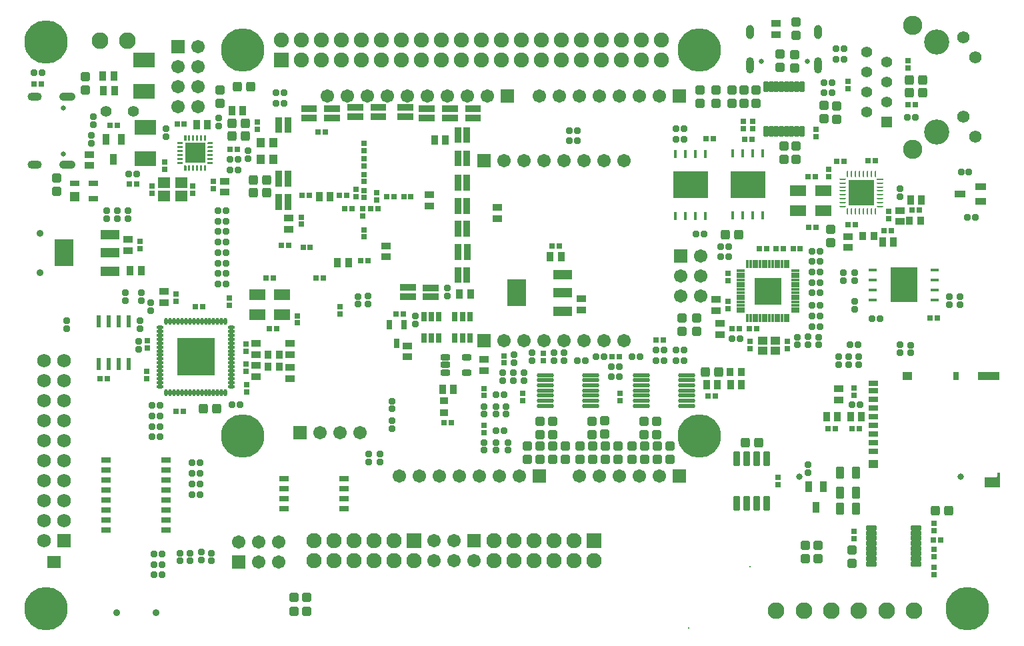
<source format=gbs>
G04*
G04 #@! TF.GenerationSoftware,Altium Limited,Altium Designer,23.10.1 (27)*
G04*
G04 Layer_Color=16711935*
%FSLAX44Y44*%
%MOMM*%
G71*
G04*
G04 #@! TF.SameCoordinates,B86BD226-0E7F-4409-BC4F-A9AD3D2462E1*
G04*
G04*
G04 #@! TF.FilePolarity,Negative*
G04*
G01*
G75*
%ADD45R,0.8000X1.0000*%
%ADD49R,0.6000X1.5500*%
%ADD65R,0.7600X0.7600*%
%ADD66R,1.1532X0.9532*%
G04:AMPARAMS|DCode=74|XSize=0.8032mm|YSize=0.8032mm|CornerRadius=0.1616mm|HoleSize=0mm|Usage=FLASHONLY|Rotation=90.000|XOffset=0mm|YOffset=0mm|HoleType=Round|Shape=RoundedRectangle|*
%AMROUNDEDRECTD74*
21,1,0.8032,0.4800,0,0,90.0*
21,1,0.4800,0.8032,0,0,90.0*
1,1,0.3232,0.2400,0.2400*
1,1,0.3232,0.2400,-0.2400*
1,1,0.3232,-0.2400,-0.2400*
1,1,0.3232,-0.2400,0.2400*
%
%ADD74ROUNDEDRECTD74*%
%ADD75R,0.9532X1.1532*%
G04:AMPARAMS|DCode=82|XSize=0.8032mm|YSize=0.8032mm|CornerRadius=0.1616mm|HoleSize=0mm|Usage=FLASHONLY|Rotation=180.000|XOffset=0mm|YOffset=0mm|HoleType=Round|Shape=RoundedRectangle|*
%AMROUNDEDRECTD82*
21,1,0.8032,0.4800,0,0,180.0*
21,1,0.4800,0.8032,0,0,180.0*
1,1,0.3232,-0.2400,0.2400*
1,1,0.3232,0.2400,0.2400*
1,1,0.3232,0.2400,-0.2400*
1,1,0.3232,-0.2400,-0.2400*
%
%ADD82ROUNDEDRECTD82*%
%ADD83R,0.8382X1.4732*%
G04:AMPARAMS|DCode=85|XSize=1.2032mm|YSize=1.1032mm|CornerRadius=0.2141mm|HoleSize=0mm|Usage=FLASHONLY|Rotation=0.000|XOffset=0mm|YOffset=0mm|HoleType=Round|Shape=RoundedRectangle|*
%AMROUNDEDRECTD85*
21,1,1.2032,0.6750,0,0,0.0*
21,1,0.7750,1.1032,0,0,0.0*
1,1,0.4282,0.3875,-0.3375*
1,1,0.4282,-0.3875,-0.3375*
1,1,0.4282,-0.3875,0.3375*
1,1,0.4282,0.3875,0.3375*
%
%ADD85ROUNDEDRECTD85*%
%ADD87C,0.5588*%
%ADD88C,5.5032*%
%ADD89C,1.3900*%
%ADD90C,1.9032*%
%ADD91C,1.7032*%
%ADD92C,2.1032*%
%ADD93C,1.9304*%
%ADD94C,1.4032*%
%ADD95C,1.7532*%
%ADD96C,0.8032*%
%ADD97R,1.7032X1.7032*%
%ADD98C,1.5700*%
%ADD99R,1.7532X1.7532*%
%ADD100R,1.9032X1.9032*%
%ADD101R,1.8796X1.8796*%
%ADD102C,3.2000*%
%ADD103R,1.3900X1.3900*%
%ADD104C,2.4500*%
G04:AMPARAMS|DCode=105|XSize=1mm|YSize=1.8mm|CornerRadius=0.5mm|HoleSize=0mm|Usage=FLASHONLY|Rotation=180.000|XOffset=0mm|YOffset=0mm|HoleType=Round|Shape=RoundedRectangle|*
%AMROUNDEDRECTD105*
21,1,1.0000,0.8000,0,0,180.0*
21,1,0.0000,1.8000,0,0,180.0*
1,1,1.0000,0.0000,0.4000*
1,1,1.0000,0.0000,0.4000*
1,1,1.0000,0.0000,-0.4000*
1,1,1.0000,0.0000,-0.4000*
%
%ADD105ROUNDEDRECTD105*%
G04:AMPARAMS|DCode=106|XSize=1mm|YSize=2.1mm|CornerRadius=0.5mm|HoleSize=0mm|Usage=FLASHONLY|Rotation=180.000|XOffset=0mm|YOffset=0mm|HoleType=Round|Shape=RoundedRectangle|*
%AMROUNDEDRECTD106*
21,1,1.0000,1.1000,0,0,180.0*
21,1,0.0000,2.1000,0,0,180.0*
1,1,1.0000,0.0000,0.5500*
1,1,1.0000,0.0000,0.5500*
1,1,1.0000,0.0000,-0.5500*
1,1,1.0000,0.0000,-0.5500*
%
%ADD106ROUNDEDRECTD106*%
%ADD107C,0.6500*%
%ADD108C,0.9000*%
%ADD109R,1.7032X1.7032*%
%ADD110C,0.2032*%
G04:AMPARAMS|DCode=111|XSize=1mm|YSize=2.1mm|CornerRadius=0.5mm|HoleSize=0mm|Usage=FLASHONLY|Rotation=270.000|XOffset=0mm|YOffset=0mm|HoleType=Round|Shape=RoundedRectangle|*
%AMROUNDEDRECTD111*
21,1,1.0000,1.1000,0,0,270.0*
21,1,0.0000,2.1000,0,0,270.0*
1,1,1.0000,-0.5500,0.0000*
1,1,1.0000,-0.5500,0.0000*
1,1,1.0000,0.5500,0.0000*
1,1,1.0000,0.5500,0.0000*
%
%ADD111ROUNDEDRECTD111*%
G04:AMPARAMS|DCode=112|XSize=1mm|YSize=1.8mm|CornerRadius=0.5mm|HoleSize=0mm|Usage=FLASHONLY|Rotation=270.000|XOffset=0mm|YOffset=0mm|HoleType=Round|Shape=RoundedRectangle|*
%AMROUNDEDRECTD112*
21,1,1.0000,0.8000,0,0,270.0*
21,1,0.0000,1.8000,0,0,270.0*
1,1,1.0000,-0.4000,0.0000*
1,1,1.0000,-0.4000,0.0000*
1,1,1.0000,0.4000,0.0000*
1,1,1.0000,0.4000,0.0000*
%
%ADD112ROUNDEDRECTD112*%
G04:AMPARAMS|DCode=142|XSize=0.8078mm|YSize=0.2393mm|CornerRadius=0.1196mm|HoleSize=0mm|Usage=FLASHONLY|Rotation=180.000|XOffset=0mm|YOffset=0mm|HoleType=Round|Shape=RoundedRectangle|*
%AMROUNDEDRECTD142*
21,1,0.8078,0.0000,0,0,180.0*
21,1,0.5686,0.2393,0,0,180.0*
1,1,0.2393,-0.2843,0.0000*
1,1,0.2393,0.2843,0.0000*
1,1,0.2393,0.2843,0.0000*
1,1,0.2393,-0.2843,0.0000*
%
%ADD142ROUNDEDRECTD142*%
G04:AMPARAMS|DCode=143|XSize=0.2393mm|YSize=0.8078mm|CornerRadius=0.1196mm|HoleSize=0mm|Usage=FLASHONLY|Rotation=180.000|XOffset=0mm|YOffset=0mm|HoleType=Round|Shape=RoundedRectangle|*
%AMROUNDEDRECTD143*
21,1,0.2393,0.5686,0,0,180.0*
21,1,0.0000,0.8078,0,0,180.0*
1,1,0.2393,0.0000,0.2843*
1,1,0.2393,0.0000,0.2843*
1,1,0.2393,0.0000,-0.2843*
1,1,0.2393,0.0000,-0.2843*
%
%ADD143ROUNDEDRECTD143*%
%ADD145R,3.2000X3.2000*%
%ADD146R,4.4000X3.5000*%
G04:AMPARAMS|DCode=147|XSize=1.0611mm|YSize=0.3925mm|CornerRadius=0.1962mm|HoleSize=0mm|Usage=FLASHONLY|Rotation=90.000|XOffset=0mm|YOffset=0mm|HoleType=Round|Shape=RoundedRectangle|*
%AMROUNDEDRECTD147*
21,1,1.0611,0.0000,0,0,90.0*
21,1,0.6686,0.3925,0,0,90.0*
1,1,0.3925,0.0000,0.3343*
1,1,0.3925,0.0000,-0.3343*
1,1,0.3925,0.0000,-0.3343*
1,1,0.3925,0.0000,0.3343*
%
%ADD147ROUNDEDRECTD147*%
%ADD148R,3.5000X4.4000*%
G04:AMPARAMS|DCode=149|XSize=1.0611mm|YSize=0.3925mm|CornerRadius=0.1962mm|HoleSize=0mm|Usage=FLASHONLY|Rotation=0.000|XOffset=0mm|YOffset=0mm|HoleType=Round|Shape=RoundedRectangle|*
%AMROUNDEDRECTD149*
21,1,1.0611,0.0000,0,0,0.0*
21,1,0.6686,0.3925,0,0,0.0*
1,1,0.3925,0.3343,0.0000*
1,1,0.3925,-0.3343,0.0000*
1,1,0.3925,-0.3343,0.0000*
1,1,0.3925,0.3343,0.0000*
%
%ADD149ROUNDEDRECTD149*%
%ADD150R,2.8000X1.0000*%
%ADD151R,1.2000X1.0000*%
%ADD155C,1.1447*%
%ADD156R,1.2000X0.7000*%
%ADD162R,1.1000X1.3000*%
%ADD163R,2.5000X2.5000*%
%ADD173R,0.3925X1.0611*%
%ADD174R,1.0611X0.3925*%
%ADD175R,0.8078X0.2393*%
%ADD176C,0.2520*%
%ADD177R,1.2700X0.7600*%
%ADD184R,1.8000X1.6000*%
%ADD185R,0.8032X1.2032*%
%ADD186R,0.7600X0.7600*%
G04:AMPARAMS|DCode=187|XSize=1.2532mm|YSize=0.8032mm|CornerRadius=0.2516mm|HoleSize=0mm|Usage=FLASHONLY|Rotation=180.000|XOffset=0mm|YOffset=0mm|HoleType=Round|Shape=RoundedRectangle|*
%AMROUNDEDRECTD187*
21,1,1.2532,0.3000,0,0,180.0*
21,1,0.7500,0.8032,0,0,180.0*
1,1,0.5032,-0.3750,0.1500*
1,1,0.5032,0.3750,0.1500*
1,1,0.5032,0.3750,-0.1500*
1,1,0.5032,-0.3750,-0.1500*
%
%ADD187ROUNDEDRECTD187*%
%ADD188O,2.2032X0.5532*%
G04:AMPARAMS|DCode=189|XSize=0.6032mm|YSize=1.4032mm|CornerRadius=0.1516mm|HoleSize=0mm|Usage=FLASHONLY|Rotation=180.000|XOffset=0mm|YOffset=0mm|HoleType=Round|Shape=RoundedRectangle|*
%AMROUNDEDRECTD189*
21,1,0.6032,1.1000,0,0,180.0*
21,1,0.3000,1.4032,0,0,180.0*
1,1,0.3032,-0.1500,0.5500*
1,1,0.3032,0.1500,0.5500*
1,1,0.3032,0.1500,-0.5500*
1,1,0.3032,-0.1500,-0.5500*
%
%ADD189ROUNDEDRECTD189*%
%ADD190R,1.4032X0.8532*%
%ADD191R,2.1032X1.4032*%
%ADD192R,3.4032X3.4032*%
%ADD193R,0.4032X1.0532*%
%ADD194R,1.1532X1.0032*%
G04:AMPARAMS|DCode=195|XSize=1.2032mm|YSize=1.1032mm|CornerRadius=0.2141mm|HoleSize=0mm|Usage=FLASHONLY|Rotation=270.000|XOffset=0mm|YOffset=0mm|HoleType=Round|Shape=RoundedRectangle|*
%AMROUNDEDRECTD195*
21,1,1.2032,0.6750,0,0,270.0*
21,1,0.7750,1.1032,0,0,270.0*
1,1,0.4282,-0.3375,-0.3875*
1,1,0.4282,-0.3375,0.3875*
1,1,0.4282,0.3375,0.3875*
1,1,0.4282,0.3375,-0.3875*
%
%ADD195ROUNDEDRECTD195*%
G04:AMPARAMS|DCode=196|XSize=0.6032mm|YSize=1.4032mm|CornerRadius=0.1516mm|HoleSize=0mm|Usage=FLASHONLY|Rotation=90.000|XOffset=0mm|YOffset=0mm|HoleType=Round|Shape=RoundedRectangle|*
%AMROUNDEDRECTD196*
21,1,0.6032,1.1000,0,0,90.0*
21,1,0.3000,1.4032,0,0,90.0*
1,1,0.3032,0.5500,0.1500*
1,1,0.3032,0.5500,-0.1500*
1,1,0.3032,-0.5500,-0.1500*
1,1,0.3032,-0.5500,0.1500*
%
%ADD196ROUNDEDRECTD196*%
%ADD197R,0.8532X1.4032*%
%ADD198R,2.3532X1.2032*%
G04:AMPARAMS|DCode=199|XSize=0.8532mm|YSize=1.8532mm|CornerRadius=0.1504mm|HoleSize=0mm|Usage=FLASHONLY|Rotation=0.000|XOffset=0mm|YOffset=0mm|HoleType=Round|Shape=RoundedRectangle|*
%AMROUNDEDRECTD199*
21,1,0.8532,1.5525,0,0,0.0*
21,1,0.5525,1.8532,0,0,0.0*
1,1,0.3007,0.2763,-0.7763*
1,1,0.3007,-0.2763,-0.7763*
1,1,0.3007,-0.2763,0.7763*
1,1,0.3007,0.2763,0.7763*
%
%ADD199ROUNDEDRECTD199*%
%ADD200R,1.6032X1.4032*%
%ADD201R,1.2032X1.2032*%
%ADD202O,0.9532X0.4532*%
%ADD203R,4.7032X4.7032*%
%ADD204O,0.4532X0.9532*%
%ADD205R,0.8532X0.5032*%
%ADD206R,0.5032X0.8532*%
%ADD207R,0.8432X1.1232*%
%ADD208R,2.3532X3.4532*%
%ADD209R,1.0532X0.4032*%
%ADD210R,2.7032X1.9032*%
%ADD211R,1.2032X0.8032*%
G04:AMPARAMS|DCode=212|XSize=1.5032mm|YSize=1.0032mm|CornerRadius=0.2016mm|HoleSize=0mm|Usage=FLASHONLY|Rotation=90.000|XOffset=0mm|YOffset=0mm|HoleType=Round|Shape=RoundedRectangle|*
%AMROUNDEDRECTD212*
21,1,1.5032,0.6000,0,0,90.0*
21,1,1.1000,1.0032,0,0,90.0*
1,1,0.4032,0.3000,0.5500*
1,1,0.4032,0.3000,-0.5500*
1,1,0.4032,-0.3000,-0.5500*
1,1,0.4032,-0.3000,0.5500*
%
%ADD212ROUNDEDRECTD212*%
%ADD213R,1.1232X0.8432*%
G36*
X633280Y887807D02*
X633674Y887413D01*
X633887Y886898D01*
Y886620D01*
Y886341D01*
X633674Y885827D01*
X633280Y885433D01*
X632766Y885220D01*
X626987D01*
Y888020D01*
X632766D01*
X633280Y887807D01*
D02*
G37*
G36*
X632487Y893020D02*
X632766D01*
X633280Y892807D01*
X633674Y892413D01*
X633887Y891898D01*
Y891620D01*
Y891341D01*
X633674Y890827D01*
X633280Y890433D01*
X632766Y890220D01*
X626987D01*
Y893020D01*
X632487D01*
Y893020D01*
D02*
G37*
G36*
X633280Y897807D02*
X633674Y897413D01*
X633887Y896898D01*
Y896620D01*
Y896341D01*
X633674Y895827D01*
X633280Y895433D01*
X632766Y895220D01*
X626987D01*
Y898020D01*
X632766D01*
X633280Y897807D01*
D02*
G37*
G36*
X637556Y883532D02*
X637949Y883138D01*
X638162Y882624D01*
Y882345D01*
Y876845D01*
X635363D01*
Y882345D01*
Y882624D01*
X635576Y883138D01*
X635970Y883532D01*
X636484Y883745D01*
X637041D01*
X637556Y883532D01*
D02*
G37*
G36*
X642555D02*
X642949Y883138D01*
X643163Y882624D01*
Y882345D01*
X643163Y876845D01*
X640362D01*
Y882345D01*
Y882624D01*
X640576Y883138D01*
X640969Y883532D01*
X641484Y883745D01*
X642041D01*
X642555Y883532D01*
D02*
G37*
G36*
X647556D02*
X647949Y883138D01*
X648163Y882624D01*
Y882345D01*
Y876845D01*
X645362D01*
Y882345D01*
Y882624D01*
X645576Y883138D01*
X645969Y883532D01*
X646484Y883745D01*
X647041D01*
X647556Y883532D01*
D02*
G37*
G36*
X633280Y902807D02*
X633674Y902413D01*
X633887Y901898D01*
Y901620D01*
Y901341D01*
X633674Y900827D01*
X633280Y900433D01*
X632766Y900220D01*
X626987D01*
Y903020D01*
X632766D01*
X633280Y902807D01*
D02*
G37*
G36*
Y907807D02*
X633674Y907413D01*
X633887Y906898D01*
Y906620D01*
Y906341D01*
X633674Y905827D01*
X633280Y905433D01*
X632766Y905220D01*
X632487D01*
X626987Y905220D01*
Y908020D01*
X632766D01*
X633280Y907807D01*
D02*
G37*
G36*
Y912807D02*
X633674Y912413D01*
X633887Y911898D01*
Y911620D01*
Y911341D01*
X633674Y910827D01*
X633280Y910433D01*
X632766Y910220D01*
X626987D01*
Y913020D01*
X632766D01*
X633280Y912807D01*
D02*
G37*
G36*
X638162Y915895D02*
Y915617D01*
X637949Y915102D01*
X637556Y914708D01*
X637041Y914495D01*
X636484D01*
X635970Y914708D01*
X635576Y915102D01*
X635363Y915617D01*
Y915895D01*
Y921395D01*
X638162D01*
Y915895D01*
D02*
G37*
G36*
X643163D02*
X643163D01*
Y915617D01*
X642949Y915102D01*
X642555Y914708D01*
X642041Y914495D01*
X641484D01*
X640969Y914708D01*
X640576Y915102D01*
X640362Y915617D01*
Y915895D01*
Y921395D01*
X643163D01*
Y915895D01*
D02*
G37*
G36*
X648163D02*
Y915617D01*
X647949Y915102D01*
X647556Y914708D01*
X647041Y914495D01*
X646484D01*
X645969Y914708D01*
X645576Y915102D01*
X645362Y915617D01*
Y915895D01*
Y921395D01*
X648163D01*
Y915895D01*
D02*
G37*
G36*
X663163D02*
Y915617D01*
X662949Y915102D01*
X662555Y914708D01*
X662041Y914495D01*
X661484D01*
X660969Y914708D01*
X660576Y915102D01*
X660362Y915617D01*
Y915895D01*
Y921395D01*
X663163D01*
Y915895D01*
D02*
G37*
G36*
X658163D02*
Y915617D01*
X657949Y915102D01*
X657556Y914708D01*
X657041Y914495D01*
X656484D01*
X655969Y914708D01*
X655576Y915102D01*
X655362Y915617D01*
Y915895D01*
X655362Y921395D01*
X658163D01*
Y915895D01*
D02*
G37*
G36*
X653163D02*
Y915617D01*
X652949Y915102D01*
X652555Y914708D01*
X652041Y914495D01*
X651484D01*
X650969Y914708D01*
X650576Y915102D01*
X650362Y915617D01*
Y915895D01*
Y921395D01*
X653163D01*
Y915895D01*
D02*
G37*
G36*
X671537Y910220D02*
X665759D01*
X665245Y910433D01*
X664851Y910827D01*
X664638Y911341D01*
Y911620D01*
Y911898D01*
X664851Y912413D01*
X665245Y912807D01*
X665759Y913020D01*
X671537D01*
Y910220D01*
D02*
G37*
G36*
Y905220D02*
X666038D01*
Y905220D01*
X665759D01*
X665245Y905433D01*
X664851Y905827D01*
X664638Y906341D01*
Y906620D01*
Y906898D01*
X664851Y907413D01*
X665245Y907807D01*
X665759Y908020D01*
X671537D01*
Y905220D01*
D02*
G37*
G36*
Y900220D02*
X665759D01*
X665245Y900433D01*
X664851Y900827D01*
X664638Y901341D01*
Y901620D01*
Y901898D01*
X664851Y902413D01*
X665245Y902807D01*
X665759Y903020D01*
X671537D01*
Y900220D01*
D02*
G37*
G36*
Y895220D02*
X665759D01*
X665245Y895433D01*
X664851Y895827D01*
X664638Y896341D01*
Y896620D01*
Y896898D01*
X664851Y897413D01*
X665245Y897807D01*
X665759Y898020D01*
X671537D01*
Y895220D01*
D02*
G37*
G36*
Y890220D02*
X665759D01*
X665245Y890433D01*
X664851Y890827D01*
X664638Y891341D01*
Y891620D01*
Y891898D01*
X664851Y892413D01*
X665245Y892807D01*
X665759Y893020D01*
X666038D01*
X671537Y893020D01*
Y890220D01*
D02*
G37*
G36*
Y885220D02*
X665759D01*
X665245Y885433D01*
X664851Y885827D01*
X664638Y886341D01*
Y886620D01*
Y886898D01*
X664851Y887413D01*
X665245Y887807D01*
X665759Y888020D01*
X671537D01*
Y885220D01*
D02*
G37*
G36*
X662555Y883532D02*
X662949Y883138D01*
X663163Y882624D01*
Y882345D01*
Y876845D01*
X660362D01*
Y882345D01*
Y882624D01*
X660576Y883138D01*
X660969Y883532D01*
X661484Y883745D01*
X662041D01*
X662555Y883532D01*
D02*
G37*
G36*
X657556D02*
X657949Y883138D01*
X658163Y882624D01*
Y882345D01*
Y876845D01*
X655362D01*
Y882345D01*
X655362D01*
Y882624D01*
X655576Y883138D01*
X655969Y883532D01*
X656484Y883745D01*
X657041D01*
X657556Y883532D01*
D02*
G37*
G36*
X652555D02*
X652949Y883138D01*
X653163Y882624D01*
Y882345D01*
Y876845D01*
X650362D01*
Y882345D01*
Y882624D01*
X650576Y883138D01*
X650969Y883532D01*
X651484Y883745D01*
X652041D01*
X652555Y883532D01*
D02*
G37*
G36*
X1671350Y474346D02*
X1652350D01*
Y487346D01*
X1666350D01*
X1667850Y488846D01*
Y492846D01*
X1671350D01*
Y474346D01*
D02*
G37*
D45*
X1615850Y615846D02*
D03*
D49*
X527050Y684860D02*
D03*
X539750D02*
D03*
X552450D02*
D03*
X565150D02*
D03*
X552450Y630860D02*
D03*
X527050D02*
D03*
X539750D02*
D03*
X565150D02*
D03*
D65*
X1453725Y869139D02*
D03*
Y878339D02*
D03*
X728000Y938600D02*
D03*
Y929400D02*
D03*
X864000Y862730D02*
D03*
Y871930D02*
D03*
Y842400D02*
D03*
Y851600D02*
D03*
X854000Y843400D02*
D03*
Y852600D02*
D03*
X861963Y819360D02*
D03*
Y828560D02*
D03*
X1065324Y584600D02*
D03*
X1188720Y584680D02*
D03*
X1554480Y1016000D02*
D03*
X1478280Y990120D02*
D03*
X1437640Y929160D02*
D03*
X1357652Y939320D02*
D03*
X1345473D02*
D03*
X1530350Y825020D02*
D03*
X880000Y839400D02*
D03*
X1485900Y600776D02*
D03*
X1401587Y659920D02*
D03*
X1354370Y650720D02*
D03*
X1485900Y409420D02*
D03*
X1587500Y363700D02*
D03*
X1389380Y478000D02*
D03*
X1325880Y737080D02*
D03*
Y701520D02*
D03*
X864000Y902400D02*
D03*
Y891600D02*
D03*
Y801600D02*
D03*
X784000Y808480D02*
D03*
X610870Y878050D02*
D03*
X672467Y853534D02*
D03*
X646430Y856770D02*
D03*
X594795Y847570D02*
D03*
X579000Y786600D02*
D03*
X833000Y704200D02*
D03*
X779331Y683177D02*
D03*
X693000Y714600D02*
D03*
X714000Y647400D02*
D03*
Y622000D02*
D03*
X715000Y595800D02*
D03*
X625000Y719600D02*
D03*
X589000Y660600D02*
D03*
X588000Y612400D02*
D03*
X1485900Y591576D02*
D03*
X1530350Y815820D02*
D03*
X1478280Y980920D02*
D03*
X1554480Y1006800D02*
D03*
X693000Y705400D02*
D03*
X589000Y651400D02*
D03*
X715000Y605000D02*
D03*
X588000Y621600D02*
D03*
X1016000Y544196D02*
D03*
X784000Y817679D02*
D03*
X880000Y848600D02*
D03*
X1016000Y590945D02*
D03*
X1091578Y635480D02*
D03*
X1041400Y641585D02*
D03*
X625000Y710400D02*
D03*
X864000Y792400D02*
D03*
Y911600D02*
D03*
Y882400D02*
D03*
X1389380Y487200D02*
D03*
X1485900Y418620D02*
D03*
X1325880Y710720D02*
D03*
Y746280D02*
D03*
X1016000Y553396D02*
D03*
X1091578Y644680D02*
D03*
X1016000Y600144D02*
D03*
X1041400Y632385D02*
D03*
X779331Y692377D02*
D03*
X1401587Y650720D02*
D03*
X1354370Y659920D02*
D03*
X833000Y695000D02*
D03*
X1345473Y930120D02*
D03*
X1357652D02*
D03*
X1437640Y919960D02*
D03*
X579000Y777400D02*
D03*
X1587500Y419580D02*
D03*
Y428780D02*
D03*
Y395760D02*
D03*
Y386560D02*
D03*
Y372900D02*
D03*
X1065324Y593800D02*
D03*
X1188720Y593880D02*
D03*
X714000Y656600D02*
D03*
Y631200D02*
D03*
X646430Y847570D02*
D03*
X594795Y856770D02*
D03*
X610870Y887250D02*
D03*
X672467Y862735D02*
D03*
D66*
X1016000Y636920D02*
D03*
X919000Y640000D02*
D03*
X1386840Y1049640D02*
D03*
X1544320Y826150D02*
D03*
X947000Y846000D02*
D03*
X1033000Y830000D02*
D03*
X1478280Y779130D02*
D03*
X1466850Y599578D02*
D03*
X892000Y767000D02*
D03*
X1310640Y699120D02*
D03*
X1315720Y668640D02*
D03*
X1140000Y714000D02*
D03*
X768000Y802482D02*
D03*
X514682Y883270D02*
D03*
X686816Y849488D02*
D03*
X564000Y789000D02*
D03*
X769620Y657240D02*
D03*
X726440Y615300D02*
D03*
Y643240D02*
D03*
X769620Y612760D02*
D03*
X610000Y723000D02*
D03*
X1466850Y585578D02*
D03*
X1544320Y812150D02*
D03*
X947000Y832000D02*
D03*
X1478280Y793130D02*
D03*
X768000Y816481D02*
D03*
X1033000Y816000D02*
D03*
X769620Y626760D02*
D03*
Y643240D02*
D03*
X1140000Y700000D02*
D03*
X1310640Y713120D02*
D03*
X892000Y781000D02*
D03*
X919000Y654000D02*
D03*
X1315720Y682640D02*
D03*
X1386840Y1063640D02*
D03*
X564000Y775000D02*
D03*
X1016000Y622920D02*
D03*
X610000Y709000D02*
D03*
X726440Y657240D02*
D03*
Y629300D02*
D03*
X686816Y863488D02*
D03*
X514682Y897270D02*
D03*
D74*
X1124590Y927689D02*
D03*
X1134590D02*
D03*
Y914400D02*
D03*
X1124590D02*
D03*
X1178165Y627968D02*
D03*
X1158320Y640080D02*
D03*
X1269920Y635351D02*
D03*
Y648639D02*
D03*
X1473120Y1017952D02*
D03*
X1564080Y944484D02*
D03*
X703500Y877392D02*
D03*
X565230Y872364D02*
D03*
X454580Y1000760D02*
D03*
X1632000Y875000D02*
D03*
X1622000D02*
D03*
X1640000Y817000D02*
D03*
X1630000D02*
D03*
X688345Y732766D02*
D03*
X678345D02*
D03*
Y746055D02*
D03*
X688345D02*
D03*
X678345Y759343D02*
D03*
X688345D02*
D03*
X678345Y772632D02*
D03*
X688345D02*
D03*
X678505Y785920D02*
D03*
X688505D02*
D03*
X678345Y799209D02*
D03*
X688345D02*
D03*
X678345Y812497D02*
D03*
X688345D02*
D03*
X678345Y825786D02*
D03*
X688345D02*
D03*
X604440Y578399D02*
D03*
X594440D02*
D03*
X604440Y565110D02*
D03*
X594440D02*
D03*
X604440Y551768D02*
D03*
X594440D02*
D03*
X604440Y538480D02*
D03*
X594440D02*
D03*
X655320Y505460D02*
D03*
X645320D02*
D03*
X655240Y492172D02*
D03*
X645240D02*
D03*
X655320Y478883D02*
D03*
X645320D02*
D03*
X655240Y464820D02*
D03*
X645240D02*
D03*
X607060Y363220D02*
D03*
X597060D02*
D03*
X606980Y376508D02*
D03*
X596980D02*
D03*
X606980Y389797D02*
D03*
X596980D02*
D03*
X1490900Y656035D02*
D03*
X1480900D02*
D03*
X1493440Y579120D02*
D03*
X1483440D02*
D03*
X1554080Y944484D02*
D03*
X1168320Y640080D02*
D03*
X1442640Y761226D02*
D03*
X1432640D02*
D03*
X703500Y890680D02*
D03*
X693500D02*
D03*
X1518840Y688366D02*
D03*
X1442640Y692057D02*
D03*
X1285320Y796306D02*
D03*
X1259920Y929640D02*
D03*
Y916234D02*
D03*
X751920Y962072D02*
D03*
X1331040Y662906D02*
D03*
X1031320Y546810D02*
D03*
X1234520Y648639D02*
D03*
X1031320Y592530D02*
D03*
X1442640Y678768D02*
D03*
X1259920Y648639D02*
D03*
X1204040Y640351D02*
D03*
X1508840Y688366D02*
D03*
X1341040Y662906D02*
D03*
X761920Y975360D02*
D03*
X751920D02*
D03*
X761920Y962072D02*
D03*
X1317070Y780368D02*
D03*
X1327070D02*
D03*
X1442640Y774514D02*
D03*
X1432640D02*
D03*
X1317150Y767080D02*
D03*
X1327150D02*
D03*
X1442640Y747937D02*
D03*
X1432640D02*
D03*
X1442560Y734649D02*
D03*
X1432560D02*
D03*
X1269920Y916234D02*
D03*
X1442560Y721360D02*
D03*
X1432560D02*
D03*
X1442640Y705346D02*
D03*
X1432640D02*
D03*
X1269920Y929640D02*
D03*
X1432640Y692057D02*
D03*
X1295320Y796306D02*
D03*
X1432640Y678768D02*
D03*
X1473120Y1031240D02*
D03*
X1463120D02*
D03*
Y1017952D02*
D03*
X1447880Y975360D02*
D03*
X1457880D02*
D03*
X1447880Y988649D02*
D03*
X1457880D02*
D03*
X1244520Y648639D02*
D03*
X1234600Y635351D02*
D03*
X1244600D02*
D03*
X1259920D02*
D03*
X1214040Y640351D02*
D03*
X1145031Y635472D02*
D03*
X1135032D02*
D03*
X1178165Y614680D02*
D03*
X1188165D02*
D03*
Y627968D02*
D03*
X1041320Y546810D02*
D03*
Y592530D02*
D03*
X696040Y579120D02*
D03*
X706040D02*
D03*
X575230Y872364D02*
D03*
X693500Y877392D02*
D03*
X444580Y1000760D02*
D03*
D75*
X977280Y598869D02*
D03*
X1312645Y604496D02*
D03*
X1557640Y839470D02*
D03*
X967120Y915670D02*
D03*
X1536080Y785760D02*
D03*
X1343040Y604496D02*
D03*
X1481440Y563880D02*
D03*
X1450960D02*
D03*
X1114000Y767000D02*
D03*
X998870Y719563D02*
D03*
X821000Y844000D02*
D03*
X710100Y953180D02*
D03*
X664860Y934720D02*
D03*
X532100Y996950D02*
D03*
X532750Y977900D02*
D03*
X829921Y760000D02*
D03*
X581000Y750000D02*
D03*
X1571640Y839470D02*
D03*
X1522080Y785760D02*
D03*
X1100000Y767000D02*
D03*
X843921Y760000D02*
D03*
X984870Y719563D02*
D03*
X1464960Y563880D02*
D03*
X1495440D02*
D03*
X953120Y915670D02*
D03*
X807000Y844000D02*
D03*
X567000Y750000D02*
D03*
X1329040Y604496D02*
D03*
X1298645Y604496D02*
D03*
X963280Y598869D02*
D03*
X696100Y953180D02*
D03*
X650860Y934720D02*
D03*
X546100Y996950D02*
D03*
X546750Y977900D02*
D03*
D82*
X593000Y699000D02*
D03*
Y709000D02*
D03*
X929000Y692000D02*
D03*
Y682000D02*
D03*
X899160Y548720D02*
D03*
X1031240Y521490D02*
D03*
X1016000D02*
D03*
X1031240Y567210D02*
D03*
X1016000Y567290D02*
D03*
X1053512Y609680D02*
D03*
X1040223D02*
D03*
X1118188Y635472D02*
D03*
X1076960D02*
D03*
X1544320Y843360D02*
D03*
X1427480Y502840D02*
D03*
X716788Y901907D02*
D03*
X520000Y945000D02*
D03*
X486000Y676000D02*
D03*
Y686000D02*
D03*
X560796Y721608D02*
D03*
X560796Y711608D02*
D03*
X580810Y711280D02*
D03*
Y721280D02*
D03*
X550592Y825565D02*
D03*
Y815565D02*
D03*
X563880Y825420D02*
D03*
Y815420D02*
D03*
X537303Y825565D02*
D03*
Y815565D02*
D03*
X969556Y717630D02*
D03*
Y727630D02*
D03*
X884000Y517000D02*
D03*
Y507000D02*
D03*
X870000Y517000D02*
D03*
Y507000D02*
D03*
X579120Y675720D02*
D03*
Y685720D02*
D03*
X1466850Y640000D02*
D03*
Y630000D02*
D03*
X1479550Y640000D02*
D03*
Y630000D02*
D03*
X1492250Y640000D02*
D03*
Y630000D02*
D03*
X1544320Y655240D02*
D03*
Y645240D02*
D03*
X1558290Y645160D02*
D03*
Y655160D02*
D03*
X1544320Y853360D02*
D03*
X630000Y391000D02*
D03*
Y381000D02*
D03*
X643000Y391000D02*
D03*
Y381000D02*
D03*
X657000Y392000D02*
D03*
Y382000D02*
D03*
X670000Y381000D02*
D03*
Y391000D02*
D03*
X1487186Y710263D02*
D03*
Y700263D02*
D03*
X716788Y891907D02*
D03*
X1016000Y531490D02*
D03*
X1487170Y746680D02*
D03*
X1016000Y577290D02*
D03*
X1104900Y635472D02*
D03*
X869259Y717062D02*
D03*
X855971Y716982D02*
D03*
X1054134Y642969D02*
D03*
X1607114Y706200D02*
D03*
X1472635Y746765D02*
D03*
X1414321Y655320D02*
D03*
X1076960Y645472D02*
D03*
X1620520Y706200D02*
D03*
X1440898Y655320D02*
D03*
X1040223Y619680D02*
D03*
X1427609Y655480D02*
D03*
X899160Y558720D02*
D03*
X1427480Y492840D02*
D03*
X855971Y706982D02*
D03*
X869259Y707062D02*
D03*
X1472635Y736765D02*
D03*
X1487170Y736680D02*
D03*
X1620520Y716200D02*
D03*
X1607114D02*
D03*
X1414321Y665320D02*
D03*
X1440898D02*
D03*
X1427609Y665480D02*
D03*
X1118188Y645472D02*
D03*
X1104900D02*
D03*
X1066800Y619680D02*
D03*
Y609680D02*
D03*
X1054134Y632969D02*
D03*
X1031240Y577210D02*
D03*
X1053512Y619680D02*
D03*
X1044529Y567210D02*
D03*
Y577210D02*
D03*
X1031240Y531490D02*
D03*
X1046480Y521490D02*
D03*
Y531490D02*
D03*
X899160Y584040D02*
D03*
Y574040D02*
D03*
X577810Y650105D02*
D03*
Y660105D02*
D03*
X679450Y933610D02*
D03*
Y943610D02*
D03*
X612140Y919560D02*
D03*
Y929560D02*
D03*
X520000Y935000D02*
D03*
X517821Y911174D02*
D03*
Y921173D02*
D03*
D83*
X465762Y380000D02*
D03*
X474000D02*
D03*
D85*
X1087200Y558679D02*
D03*
X1103219D02*
D03*
X1153240D02*
D03*
X1169258Y558800D02*
D03*
X1219200Y558679D02*
D03*
X1235219D02*
D03*
X1463819Y958460D02*
D03*
X1412240Y1048140D02*
D03*
X1410415Y1024040D02*
D03*
X1391920Y1024500D02*
D03*
X1330960Y961780D02*
D03*
X680832Y978780D02*
D03*
X510000Y996000D02*
D03*
X473710Y850020D02*
D03*
X1268000Y689500D02*
D03*
Y672500D02*
D03*
X1456690Y802250D02*
D03*
Y785250D02*
D03*
X1286000Y689500D02*
D03*
Y672500D02*
D03*
X680832Y961780D02*
D03*
X1138000Y526660D02*
D03*
X1203960D02*
D03*
X1119237D02*
D03*
X1186056D02*
D03*
X774700Y317382D02*
D03*
X1424161Y383930D02*
D03*
X791090Y317382D02*
D03*
X1483360Y377580D02*
D03*
X1440180Y383930D02*
D03*
X1252016Y526660D02*
D03*
X1087200D02*
D03*
X1440180Y400930D02*
D03*
X1290320Y978780D02*
D03*
Y961780D02*
D03*
X1447800Y959731D02*
D03*
Y942730D02*
D03*
X1463819Y941460D02*
D03*
X1361440Y978780D02*
D03*
Y961780D02*
D03*
X1412240Y1065140D02*
D03*
X1310640Y961780D02*
D03*
Y978780D02*
D03*
X1410415Y1007040D02*
D03*
X1397000Y890660D02*
D03*
Y907660D02*
D03*
X1391920Y1007500D02*
D03*
X1330960Y978780D02*
D03*
X1412240Y890660D02*
D03*
Y907660D02*
D03*
X1346200Y978780D02*
D03*
Y961780D02*
D03*
X1235219Y541679D02*
D03*
X1219200D02*
D03*
X1219979Y509660D02*
D03*
Y526660D02*
D03*
X1235997Y509660D02*
D03*
Y526660D02*
D03*
X1203960Y509660D02*
D03*
X1252016D02*
D03*
X1483360Y394580D02*
D03*
X1087200Y541679D02*
D03*
X1103219D02*
D03*
X1169258Y541800D02*
D03*
X1153240Y541679D02*
D03*
X1087200Y509660D02*
D03*
X1103219D02*
D03*
Y526660D02*
D03*
X1170037Y509660D02*
D03*
Y526660D02*
D03*
X1154018Y509660D02*
D03*
Y526660D02*
D03*
X1138000Y509660D02*
D03*
X1186056D02*
D03*
X1071181D02*
D03*
Y526660D02*
D03*
X1119237Y509660D02*
D03*
X791090Y334382D02*
D03*
X1424161Y400930D02*
D03*
X774700Y334382D02*
D03*
X510000Y979000D02*
D03*
X473710Y867020D02*
D03*
D87*
X1290000Y519119D02*
D03*
X1275235Y525235D02*
D03*
X1269119Y540000D02*
D03*
X1275235Y554765D02*
D03*
X1290000Y560881D02*
D03*
X1304765Y554765D02*
D03*
X1310881Y540000D02*
D03*
X1304765Y525235D02*
D03*
X724765D02*
D03*
X730881Y540000D02*
D03*
X724765Y554765D02*
D03*
X710000Y560881D02*
D03*
X695235Y554765D02*
D03*
X689119Y540000D02*
D03*
X695235Y525235D02*
D03*
X710000Y519119D02*
D03*
Y1009119D02*
D03*
X695235Y1015235D02*
D03*
X689119Y1030000D02*
D03*
X695235Y1044765D02*
D03*
X710000Y1050881D02*
D03*
X724765Y1044765D02*
D03*
X730881Y1030000D02*
D03*
X724765Y1015235D02*
D03*
X1304765D02*
D03*
X1310881Y1030000D02*
D03*
X1304765Y1044765D02*
D03*
X1290000Y1050881D02*
D03*
X1275235Y1044765D02*
D03*
X1269119Y1030000D02*
D03*
X1275235Y1015235D02*
D03*
X1290000Y1009119D02*
D03*
X460000Y299119D02*
D03*
X445235Y305235D02*
D03*
X439119Y320000D02*
D03*
X445235Y334765D02*
D03*
X460000Y340881D02*
D03*
X474765Y334765D02*
D03*
X480881Y320000D02*
D03*
X474765Y305235D02*
D03*
X1644765D02*
D03*
X1650881Y320000D02*
D03*
X1644765Y334765D02*
D03*
X1630000Y340881D02*
D03*
X1615235Y334765D02*
D03*
X1609119Y320000D02*
D03*
X1615235Y305235D02*
D03*
X1630000Y299119D02*
D03*
X460000Y1019119D02*
D03*
X445235Y1025235D02*
D03*
X439119Y1040000D02*
D03*
X445235Y1054765D02*
D03*
X460000Y1060881D02*
D03*
X474765Y1054765D02*
D03*
X480881Y1040000D02*
D03*
X474765Y1025235D02*
D03*
D88*
X1290000Y540000D02*
D03*
X710000D02*
D03*
Y1030000D02*
D03*
X1290000D02*
D03*
X460000Y320000D02*
D03*
X1630000D02*
D03*
X460000Y1040000D02*
D03*
D89*
X1502300Y1027300D02*
D03*
X1527700Y963800D02*
D03*
Y989200D02*
D03*
Y1014600D02*
D03*
X1502300Y951100D02*
D03*
Y976500D02*
D03*
Y1001900D02*
D03*
D90*
X1114300Y1042700D02*
D03*
X1165100D02*
D03*
X987300D02*
D03*
X1063500Y1017300D02*
D03*
X1241300D02*
D03*
X911100Y1042700D02*
D03*
X860300Y1017300D02*
D03*
X809500Y1042700D02*
D03*
X961900Y1017300D02*
D03*
X1241300Y1042700D02*
D03*
X1215900D02*
D03*
Y1017300D02*
D03*
X1190500Y1042700D02*
D03*
Y1017300D02*
D03*
X1165100D02*
D03*
X1139700Y1042700D02*
D03*
Y1017300D02*
D03*
X1114300D02*
D03*
X1088900Y1042700D02*
D03*
Y1017300D02*
D03*
X1063500Y1042700D02*
D03*
X1038100D02*
D03*
Y1017300D02*
D03*
X1012700Y1042700D02*
D03*
Y1017300D02*
D03*
X987300D02*
D03*
X961900Y1042700D02*
D03*
X936500D02*
D03*
Y1017300D02*
D03*
X911100D02*
D03*
X885700Y1042700D02*
D03*
Y1017300D02*
D03*
X860300Y1042700D02*
D03*
X834900D02*
D03*
Y1017300D02*
D03*
X809500D02*
D03*
X784100Y1042700D02*
D03*
Y1017300D02*
D03*
X758700Y1042700D02*
D03*
D91*
X1193800Y889000D02*
D03*
X893760Y971800D02*
D03*
X1291400Y717300D02*
D03*
X1193800Y660400D02*
D03*
X1061400Y489200D02*
D03*
X1036000D02*
D03*
X858520Y543560D02*
D03*
X755650Y405130D02*
D03*
X652780Y1033780D02*
D03*
X755650Y379730D02*
D03*
X652780Y1008380D02*
D03*
X959800Y489200D02*
D03*
X652780Y982980D02*
D03*
X1168400Y660400D02*
D03*
X985200Y489200D02*
D03*
X934400D02*
D03*
X1291400Y768100D02*
D03*
X704850Y405130D02*
D03*
X730250Y379730D02*
D03*
X652780Y957580D02*
D03*
X730250Y405130D02*
D03*
X995360Y971800D02*
D03*
X817560D02*
D03*
X842960D02*
D03*
X868360D02*
D03*
X919160D02*
D03*
X944560D02*
D03*
X969960D02*
D03*
X1020760D02*
D03*
X1239200Y489200D02*
D03*
X1213800D02*
D03*
X1188400D02*
D03*
X1163000D02*
D03*
X1137600D02*
D03*
X1266000Y717300D02*
D03*
X1291400Y742700D02*
D03*
X1266000D02*
D03*
X627380Y957580D02*
D03*
Y982980D02*
D03*
Y1008380D02*
D03*
X1168400Y889000D02*
D03*
X1143000D02*
D03*
X1117600D02*
D03*
X1092200D02*
D03*
X1066800D02*
D03*
X1041400D02*
D03*
X952500Y381000D02*
D03*
X977900D02*
D03*
X1003300D02*
D03*
X952500Y406400D02*
D03*
X977900D02*
D03*
X833120Y543560D02*
D03*
X807720D02*
D03*
X909000Y489200D02*
D03*
X1010600D02*
D03*
X1086800Y971800D02*
D03*
X1112200D02*
D03*
X1137600D02*
D03*
X1163000D02*
D03*
X1188400D02*
D03*
X1213800D02*
D03*
X1239200D02*
D03*
X1041400Y660400D02*
D03*
X1066800D02*
D03*
X1092200D02*
D03*
X1117600D02*
D03*
X1143000D02*
D03*
D92*
X1492400Y317500D02*
D03*
X1387400D02*
D03*
X528600Y1041400D02*
D03*
X1422400Y317500D02*
D03*
X1457400D02*
D03*
X563600Y1041400D02*
D03*
X1562400Y317500D02*
D03*
X1527400D02*
D03*
D93*
X1054100Y406400D02*
D03*
Y381000D02*
D03*
X825500Y406400D02*
D03*
Y381000D02*
D03*
X1028700D02*
D03*
Y406400D02*
D03*
X800100Y381000D02*
D03*
Y406400D02*
D03*
X850900Y381000D02*
D03*
X876300D02*
D03*
X901700D02*
D03*
X927100D02*
D03*
X850900Y406400D02*
D03*
X876300D02*
D03*
X901700D02*
D03*
X1130300D02*
D03*
X1104900D02*
D03*
X1079500D02*
D03*
X1155700Y381000D02*
D03*
X1130300D02*
D03*
X1104900D02*
D03*
X1079500D02*
D03*
D94*
X535738Y952246D02*
D03*
X570738D02*
D03*
D95*
X457200Y635000D02*
D03*
Y609600D02*
D03*
Y584200D02*
D03*
Y533400D02*
D03*
Y558800D02*
D03*
Y508000D02*
D03*
Y482600D02*
D03*
Y457200D02*
D03*
Y431800D02*
D03*
X482600Y457200D02*
D03*
Y558800D02*
D03*
Y584200D02*
D03*
Y482600D02*
D03*
Y431800D02*
D03*
Y533400D02*
D03*
Y508000D02*
D03*
Y635000D02*
D03*
Y609600D02*
D03*
X457200Y406400D02*
D03*
D96*
X1416721Y487682D02*
D03*
X1621221D02*
D03*
D97*
X782320Y543560D02*
D03*
X704850Y379730D02*
D03*
X1046160Y971800D02*
D03*
X1264600Y489200D02*
D03*
X1016000Y889000D02*
D03*
X1003300Y406400D02*
D03*
X1086800Y489200D02*
D03*
X1264600Y971800D02*
D03*
X1016000Y660400D02*
D03*
D98*
X1640200Y919600D02*
D03*
X1625000Y1046100D02*
D03*
Y945000D02*
D03*
X1640200Y1020700D02*
D03*
D99*
X482600Y406400D02*
D03*
D100*
X758700Y1017300D02*
D03*
D101*
X927100Y406400D02*
D03*
X1155700D02*
D03*
D102*
X1591200Y1040000D02*
D03*
Y925700D02*
D03*
D103*
X1527700Y938400D02*
D03*
D104*
X1560700Y1061600D02*
D03*
Y904100D02*
D03*
D105*
X1440700Y1052550D02*
D03*
X1354300D02*
D03*
D106*
X1440700Y1010750D02*
D03*
X1354300D02*
D03*
D107*
X1426400Y1015750D02*
D03*
X1368600D02*
D03*
X482350Y898200D02*
D03*
Y956000D02*
D03*
D108*
X549440Y314960D02*
D03*
X599440D02*
D03*
X452120Y746760D02*
D03*
Y796760D02*
D03*
D109*
X1266000Y768100D02*
D03*
X627380Y1033780D02*
D03*
D110*
X1353913Y373566D02*
D03*
X1276131Y295784D02*
D03*
D111*
X487350Y883900D02*
D03*
Y970300D02*
D03*
D112*
X445550Y883900D02*
D03*
Y970300D02*
D03*
D142*
X1519191Y850860D02*
D03*
Y830860D02*
D03*
X1471688Y865860D02*
D03*
Y855860D02*
D03*
Y835860D02*
D03*
X1519191Y845860D02*
D03*
X1471688Y860860D02*
D03*
X1519191Y855860D02*
D03*
X1471688Y840860D02*
D03*
X1519191Y860860D02*
D03*
Y840860D02*
D03*
Y835860D02*
D03*
X1471688Y830860D02*
D03*
Y845860D02*
D03*
Y850860D02*
D03*
D143*
X1497940Y872112D02*
D03*
X1492940Y824608D02*
D03*
X1482940Y872112D02*
D03*
X1477940D02*
D03*
X1502940D02*
D03*
X1487940D02*
D03*
X1492940D02*
D03*
X1507940D02*
D03*
X1512940Y824608D02*
D03*
X1507940D02*
D03*
X1502940D02*
D03*
X1497940D02*
D03*
X1487940D02*
D03*
X1482940D02*
D03*
X1477940D02*
D03*
X1512940Y872112D02*
D03*
D145*
X1495440Y848360D02*
D03*
D146*
X1351280Y858979D02*
D03*
X1278261Y858520D02*
D03*
D147*
X1332230Y819724D02*
D03*
X1259212Y819265D02*
D03*
X1284612Y897775D02*
D03*
X1271911D02*
D03*
X1259212D02*
D03*
X1271911Y819265D02*
D03*
X1284612D02*
D03*
X1297312Y897775D02*
D03*
X1370330Y898234D02*
D03*
X1357630D02*
D03*
X1344930D02*
D03*
X1332230D02*
D03*
X1344930Y819724D02*
D03*
X1357630D02*
D03*
D148*
X1549400Y731520D02*
D03*
D149*
X1510145Y750570D02*
D03*
Y737870D02*
D03*
Y725170D02*
D03*
X1588655D02*
D03*
Y737870D02*
D03*
Y750570D02*
D03*
Y712470D02*
D03*
D150*
X1657350Y615846D02*
D03*
D151*
X1553850D02*
D03*
X1510850Y504346D02*
D03*
D155*
X1664991Y480706D02*
D03*
D156*
X1510850Y574846D02*
D03*
Y606346D02*
D03*
Y552846D02*
D03*
Y519846D02*
D03*
Y530846D02*
D03*
Y541846D02*
D03*
Y563846D02*
D03*
Y585846D02*
D03*
Y596846D02*
D03*
D162*
X748660Y891200D02*
D03*
X732160D02*
D03*
Y912200D02*
D03*
X748660D02*
D03*
D163*
X649262Y899120D02*
D03*
D173*
X1297312Y819265D02*
D03*
X1370330Y819724D02*
D03*
D174*
X1510145Y712470D02*
D03*
D175*
X1519191Y865860D02*
D03*
D176*
X668087Y906620D02*
D03*
X630438Y886620D02*
D03*
Y891620D02*
D03*
Y896620D02*
D03*
X628387Y901620D02*
D03*
Y906620D02*
D03*
Y911620D02*
D03*
X668087D02*
D03*
Y901620D02*
D03*
X668231Y896620D02*
D03*
Y891620D02*
D03*
Y886620D02*
D03*
X636763Y917945D02*
D03*
X641762D02*
D03*
X646762D02*
D03*
X651762Y919995D02*
D03*
X656762D02*
D03*
X661762D02*
D03*
Y880295D02*
D03*
X656762D02*
D03*
X651762D02*
D03*
X646762Y880152D02*
D03*
X641762D02*
D03*
X636763D02*
D03*
D177*
X535940Y496570D02*
D03*
X762000Y447040D02*
D03*
X535940Y433070D02*
D03*
Y483870D02*
D03*
Y458470D02*
D03*
Y471170D02*
D03*
X762000Y459740D02*
D03*
X535940Y445770D02*
D03*
X762000Y485140D02*
D03*
X535940Y509270D02*
D03*
X762000Y472440D02*
D03*
X535940Y420370D02*
D03*
X612140Y509270D02*
D03*
Y496570D02*
D03*
Y483870D02*
D03*
Y471170D02*
D03*
Y458470D02*
D03*
Y445770D02*
D03*
Y433070D02*
D03*
Y420370D02*
D03*
X838200Y447040D02*
D03*
Y459740D02*
D03*
Y472440D02*
D03*
Y485140D02*
D03*
D184*
X469881Y380000D02*
D03*
D185*
X896000Y681000D02*
D03*
X915000Y681000D02*
D03*
X905500Y657000D02*
D03*
X949429Y664443D02*
D03*
X988697D02*
D03*
X979197D02*
D03*
X939929Y691443D02*
D03*
X998197D02*
D03*
Y664443D02*
D03*
X958929Y691443D02*
D03*
X979197D02*
D03*
X958929Y664443D02*
D03*
X939929D02*
D03*
X949429Y691443D02*
D03*
X988697D02*
D03*
D186*
X904720Y694249D02*
D03*
X913920Y694249D02*
D03*
X1310160Y590147D02*
D03*
X1563680Y960120D02*
D03*
X1504160Y889000D02*
D03*
X1463885Y888590D02*
D03*
X1347160Y916138D02*
D03*
X1559560Y826770D02*
D03*
X1533680Y800108D02*
D03*
X1437160Y869188D02*
D03*
X1487960Y807720D02*
D03*
X1428440Y804893D02*
D03*
X1307620Y916940D02*
D03*
X892901Y844000D02*
D03*
X923424D02*
D03*
X786400Y779000D02*
D03*
X872514Y828195D02*
D03*
X1417843Y777240D02*
D03*
X1582900Y689610D02*
D03*
X1387320Y777240D02*
D03*
X1365974D02*
D03*
X1353030Y675640D02*
D03*
X1595910Y407670D02*
D03*
X1483840Y548640D02*
D03*
X1453360D02*
D03*
X1111600Y781000D02*
D03*
X868600Y762000D02*
D03*
X1331440Y675640D02*
D03*
X974880Y556580D02*
D03*
X805660Y925830D02*
D03*
X785400Y845000D02*
D03*
X703100Y903413D02*
D03*
X848600Y828000D02*
D03*
X841600Y845000D02*
D03*
X768340Y781590D02*
D03*
X626370Y935990D02*
D03*
X454180Y986790D02*
D03*
X565630Y859631D02*
D03*
X812320Y740410D02*
D03*
X748600Y740000D02*
D03*
X658600Y704000D02*
D03*
X743400Y675704D02*
D03*
X538000Y612140D02*
D03*
X634200Y571000D02*
D03*
X444980Y986790D02*
D03*
X1478760Y807720D02*
D03*
X1568760Y826770D02*
D03*
X1513360Y889000D02*
D03*
X1554480Y960120D02*
D03*
X649400Y704000D02*
D03*
X625000Y571000D02*
D03*
X1102400Y781000D02*
D03*
X1298420Y916940D02*
D03*
X1524480Y800108D02*
D03*
X693900Y903413D02*
D03*
X795600Y779000D02*
D03*
X859400Y762000D02*
D03*
X1473085Y888590D02*
D03*
X1179040Y640702D02*
D03*
X832400Y845000D02*
D03*
X902101Y844000D02*
D03*
X881714Y828195D02*
D03*
X839400Y828000D02*
D03*
X528800Y612140D02*
D03*
X759140Y781590D02*
D03*
X794600Y845000D02*
D03*
X914224Y844000D02*
D03*
X814860Y925830D02*
D03*
X1462560Y548640D02*
D03*
X1375174Y777240D02*
D03*
X1356360Y916138D02*
D03*
X1408642Y777240D02*
D03*
X1340640Y675640D02*
D03*
X1493040Y548640D02*
D03*
X1592100Y689610D02*
D03*
X1234920Y661373D02*
D03*
X1244120D02*
D03*
X1188240Y640702D02*
D03*
X803120Y740410D02*
D03*
X1362230Y675640D02*
D03*
X1396520Y777240D02*
D03*
X1427960Y869188D02*
D03*
X1586710Y407670D02*
D03*
X1300960Y590147D02*
D03*
X965680Y556580D02*
D03*
X1437640Y804893D02*
D03*
X739400Y740000D02*
D03*
X752600Y675704D02*
D03*
X574830Y859631D02*
D03*
X635569Y935990D02*
D03*
X550700Y934280D02*
D03*
X541500D02*
D03*
D187*
X966940Y629920D02*
D03*
Y620420D02*
D03*
X966940Y639420D02*
D03*
X993940Y639420D02*
D03*
X993940Y620420D02*
D03*
D188*
X1151680Y597569D02*
D03*
X1273792Y610447D02*
D03*
Y597447D02*
D03*
Y584447D02*
D03*
Y616947D02*
D03*
Y603947D02*
D03*
Y590947D02*
D03*
Y577947D02*
D03*
X1215791Y616947D02*
D03*
X1215791Y610447D02*
D03*
X1215791Y603947D02*
D03*
X1215791Y597447D02*
D03*
X1215791Y590947D02*
D03*
X1215791Y584447D02*
D03*
X1215791Y577947D02*
D03*
X1093680Y578069D02*
D03*
X1093680Y584569D02*
D03*
X1093680Y591069D02*
D03*
X1093680Y597569D02*
D03*
X1093680Y604068D02*
D03*
X1093680Y610569D02*
D03*
X1093680Y617068D02*
D03*
X1151680Y578069D02*
D03*
Y584569D02*
D03*
Y591068D02*
D03*
Y604068D02*
D03*
Y610569D02*
D03*
Y617068D02*
D03*
D189*
X1419750Y983540D02*
D03*
X1374250D02*
D03*
X1380750D02*
D03*
X1387250D02*
D03*
X1393750D02*
D03*
X1400250D02*
D03*
X1406750D02*
D03*
X1413250D02*
D03*
X1374250Y926540D02*
D03*
X1380750D02*
D03*
X1387250D02*
D03*
X1393750D02*
D03*
X1400250D02*
D03*
X1406750D02*
D03*
X1413250D02*
D03*
X1419750D02*
D03*
D190*
X1647000Y837500D02*
D03*
X1621000Y847000D02*
D03*
X1647000Y856500D02*
D03*
D191*
X1447280Y850992D02*
D03*
X1415280Y825992D02*
D03*
X760000Y718901D02*
D03*
X728000Y693901D02*
D03*
X1415280Y850992D02*
D03*
X1447280Y825992D02*
D03*
X728000Y718901D02*
D03*
X760000Y693901D02*
D03*
D192*
X1376680Y723739D02*
D03*
D193*
X1386680Y689239D02*
D03*
X1350680D02*
D03*
X1374680Y758239D02*
D03*
X1370680D02*
D03*
X1354680D02*
D03*
X1350680D02*
D03*
X1374680Y689239D02*
D03*
X1402680Y758239D02*
D03*
X1398680D02*
D03*
X1394680D02*
D03*
X1390680D02*
D03*
X1386680D02*
D03*
X1382680D02*
D03*
X1378680D02*
D03*
X1366680D02*
D03*
X1362680D02*
D03*
X1358680D02*
D03*
X1354680Y689239D02*
D03*
X1358680D02*
D03*
X1362680D02*
D03*
X1366680D02*
D03*
X1370680D02*
D03*
X1378680D02*
D03*
X1382680D02*
D03*
X1390680D02*
D03*
X1394680D02*
D03*
X1398680D02*
D03*
X1402680D02*
D03*
D194*
X1386229Y661071D02*
D03*
X1369729Y648072D02*
D03*
Y661071D02*
D03*
X1386229Y648072D02*
D03*
D195*
X1606160Y444500D02*
D03*
X659520Y574040D02*
D03*
X1573140Y975360D02*
D03*
X1556140D02*
D03*
X1573140Y991379D02*
D03*
X1556140D02*
D03*
X740500Y848343D02*
D03*
X702700Y982980D02*
D03*
X719700D02*
D03*
X723500Y848343D02*
D03*
Y864361D02*
D03*
X740500D02*
D03*
X1339280Y795400D02*
D03*
X1322280D02*
D03*
X1589160Y444500D02*
D03*
X1314060Y620764D02*
D03*
X1297060D02*
D03*
X1364860Y530860D02*
D03*
X1347860D02*
D03*
X676520Y574040D02*
D03*
X696350Y936911D02*
D03*
X713350D02*
D03*
X713383Y920892D02*
D03*
X696384D02*
D03*
D196*
X1508200Y409800D02*
D03*
Y390300D02*
D03*
Y377300D02*
D03*
Y416300D02*
D03*
X1508200Y383800D02*
D03*
X1508200Y396800D02*
D03*
Y403300D02*
D03*
Y422800D02*
D03*
X1565200Y377300D02*
D03*
X1565200Y383800D02*
D03*
X1565200Y390300D02*
D03*
Y396800D02*
D03*
Y403300D02*
D03*
Y409800D02*
D03*
Y416300D02*
D03*
Y422800D02*
D03*
D197*
X1447140Y475280D02*
D03*
X545725Y890681D02*
D03*
X555225Y916681D02*
D03*
X536225D02*
D03*
X1428140Y475280D02*
D03*
X1437640Y449280D02*
D03*
D198*
X1116370Y744360D02*
D03*
X541541Y795162D02*
D03*
X1116370Y698360D02*
D03*
Y721360D02*
D03*
X541541Y749161D02*
D03*
Y772161D02*
D03*
D199*
X1337207Y510850D02*
D03*
X1375307Y454350D02*
D03*
Y510850D02*
D03*
X1362607Y454350D02*
D03*
X1349907D02*
D03*
X1337207D02*
D03*
X1349907Y510850D02*
D03*
X1362607D02*
D03*
D200*
X631600Y861271D02*
D03*
X609600Y844270D02*
D03*
Y861271D02*
D03*
X631600Y844270D02*
D03*
D201*
X496000Y843400D02*
D03*
D202*
X695490Y677580D02*
D03*
Y657580D02*
D03*
Y632580D02*
D03*
Y627580D02*
D03*
Y617580D02*
D03*
Y607580D02*
D03*
X604990Y672580D02*
D03*
Y612580D02*
D03*
Y677580D02*
D03*
Y667580D02*
D03*
Y662580D02*
D03*
Y657580D02*
D03*
Y652580D02*
D03*
Y642580D02*
D03*
Y637580D02*
D03*
Y632580D02*
D03*
Y627580D02*
D03*
Y622580D02*
D03*
Y617580D02*
D03*
Y607580D02*
D03*
Y602580D02*
D03*
X695490D02*
D03*
Y612580D02*
D03*
Y622580D02*
D03*
Y637580D02*
D03*
Y642580D02*
D03*
Y647580D02*
D03*
Y652580D02*
D03*
Y662580D02*
D03*
Y667580D02*
D03*
Y672580D02*
D03*
X604990Y647580D02*
D03*
D203*
X650240Y640080D02*
D03*
D204*
X647740Y594830D02*
D03*
X622740Y685330D02*
D03*
X687740D02*
D03*
X682740D02*
D03*
X677740D02*
D03*
X672740D02*
D03*
X667740D02*
D03*
X662740D02*
D03*
X657740D02*
D03*
X652740D02*
D03*
X642740D02*
D03*
X637740D02*
D03*
X632740D02*
D03*
X627740D02*
D03*
X612740D02*
D03*
Y594830D02*
D03*
X622740D02*
D03*
X627740D02*
D03*
X632740D02*
D03*
X637740D02*
D03*
X642740D02*
D03*
X652740D02*
D03*
X657740D02*
D03*
X662740D02*
D03*
X667740D02*
D03*
X677740D02*
D03*
X682740D02*
D03*
X687740D02*
D03*
X647740Y685330D02*
D03*
X617740D02*
D03*
Y594830D02*
D03*
X672740D02*
D03*
D205*
X755650Y829390D02*
D03*
Y834390D02*
D03*
X755650Y839390D02*
D03*
Y844390D02*
D03*
X767150Y829390D02*
D03*
Y834390D02*
D03*
Y839390D02*
D03*
Y844390D02*
D03*
Y873679D02*
D03*
Y868679D02*
D03*
Y863679D02*
D03*
Y858679D02*
D03*
X755650Y873679D02*
D03*
Y868679D02*
D03*
X755650Y863679D02*
D03*
Y858679D02*
D03*
Y927180D02*
D03*
Y932180D02*
D03*
X755650Y937180D02*
D03*
Y942180D02*
D03*
X767150Y927180D02*
D03*
Y932180D02*
D03*
Y937180D02*
D03*
Y942180D02*
D03*
X994480Y914480D02*
D03*
Y919480D02*
D03*
Y924480D02*
D03*
Y929480D02*
D03*
X982980Y914480D02*
D03*
Y929480D02*
D03*
Y924480D02*
D03*
Y919480D02*
D03*
X994480Y884757D02*
D03*
Y889757D02*
D03*
Y894757D02*
D03*
Y899757D02*
D03*
X982980Y889757D02*
D03*
Y894757D02*
D03*
Y884757D02*
D03*
Y899757D02*
D03*
X994480Y853756D02*
D03*
Y858756D02*
D03*
Y863756D02*
D03*
Y868756D02*
D03*
X982980Y863756D02*
D03*
Y868756D02*
D03*
Y858756D02*
D03*
Y853756D02*
D03*
X994480Y824467D02*
D03*
Y829467D02*
D03*
X994480Y834467D02*
D03*
X994480Y839467D02*
D03*
X982980Y824467D02*
D03*
Y829467D02*
D03*
Y839467D02*
D03*
Y834467D02*
D03*
X994480Y795179D02*
D03*
Y800179D02*
D03*
Y805179D02*
D03*
Y810179D02*
D03*
X982980Y810179D02*
D03*
Y795179D02*
D03*
Y800179D02*
D03*
Y805179D02*
D03*
X994908Y780890D02*
D03*
Y775890D02*
D03*
X994908Y770890D02*
D03*
Y765890D02*
D03*
X983408Y770890D02*
D03*
Y765890D02*
D03*
Y775890D02*
D03*
Y780890D02*
D03*
X982980Y736601D02*
D03*
Y741601D02*
D03*
Y746601D02*
D03*
Y751601D02*
D03*
X994480Y736601D02*
D03*
Y741601D02*
D03*
Y746601D02*
D03*
Y751601D02*
D03*
D206*
X801389Y955040D02*
D03*
X796389D02*
D03*
X791389D02*
D03*
X786389D02*
D03*
X791389Y943540D02*
D03*
X786389D02*
D03*
X801389D02*
D03*
X796389D02*
D03*
X815677Y955040D02*
D03*
X820677D02*
D03*
X825677Y955040D02*
D03*
X830677D02*
D03*
X815677Y943540D02*
D03*
X820677D02*
D03*
X825677D02*
D03*
X830677D02*
D03*
X860000Y956655D02*
D03*
X855000D02*
D03*
X850000D02*
D03*
X845000D02*
D03*
X855000Y945155D02*
D03*
X850000D02*
D03*
X845000D02*
D03*
X860000Y945155D02*
D03*
X889469Y956655D02*
D03*
X884469D02*
D03*
X879469D02*
D03*
X874469D02*
D03*
X884469Y945155D02*
D03*
X879469D02*
D03*
X874469D02*
D03*
X889469D02*
D03*
X924049D02*
D03*
X909049D02*
D03*
X914049D02*
D03*
X919049D02*
D03*
X909049Y956655D02*
D03*
X914049D02*
D03*
X919049Y956655D02*
D03*
X924049D02*
D03*
X951070Y955040D02*
D03*
X946070D02*
D03*
X941070D02*
D03*
X936070D02*
D03*
X941070Y943540D02*
D03*
X946070D02*
D03*
X951070D02*
D03*
X936070D02*
D03*
X1009647Y955040D02*
D03*
X1004647D02*
D03*
X999647Y955040D02*
D03*
X994647D02*
D03*
X1004647Y943540D02*
D03*
X1009647Y943540D02*
D03*
X994647Y943540D02*
D03*
X999647D02*
D03*
X980359Y955040D02*
D03*
X975359D02*
D03*
X970359D02*
D03*
X965359D02*
D03*
X965359Y943540D02*
D03*
X980359Y943540D02*
D03*
X975359D02*
D03*
X970359D02*
D03*
X946230Y727710D02*
D03*
X951230D02*
D03*
X941230Y716210D02*
D03*
X946230D02*
D03*
X951230Y716210D02*
D03*
X956230Y716210D02*
D03*
Y727710D02*
D03*
X941230D02*
D03*
X911942Y717008D02*
D03*
X916941D02*
D03*
X921942D02*
D03*
X926942D02*
D03*
X911942Y728508D02*
D03*
X926942Y728508D02*
D03*
X921942D02*
D03*
X916941D02*
D03*
D207*
X1556070Y812800D02*
D03*
X1570670D02*
D03*
X1496700Y793750D02*
D03*
X1511300D02*
D03*
X756600Y627380D02*
D03*
Y642620D02*
D03*
X1328740Y620764D02*
D03*
X1343340D02*
D03*
X742000Y642620D02*
D03*
Y627380D02*
D03*
D208*
X1057870Y721360D02*
D03*
X483041Y772161D02*
D03*
D209*
X1342180Y749739D02*
D03*
Y713739D02*
D03*
X1411180D02*
D03*
Y749739D02*
D03*
Y717739D02*
D03*
Y709739D02*
D03*
Y705739D02*
D03*
X1342180Y745739D02*
D03*
Y741739D02*
D03*
Y737739D02*
D03*
Y733739D02*
D03*
Y729738D02*
D03*
Y725739D02*
D03*
Y721739D02*
D03*
Y717739D02*
D03*
Y709739D02*
D03*
Y705739D02*
D03*
Y701739D02*
D03*
Y697739D02*
D03*
X1411180D02*
D03*
Y701739D02*
D03*
Y721739D02*
D03*
Y725739D02*
D03*
Y729738D02*
D03*
Y733739D02*
D03*
Y737739D02*
D03*
Y741739D02*
D03*
Y745739D02*
D03*
D210*
X586268Y931860D02*
D03*
Y891860D02*
D03*
X584200Y976950D02*
D03*
Y1016950D02*
D03*
D211*
X520000Y841400D02*
D03*
Y860400D02*
D03*
X496000D02*
D03*
D212*
X1468280Y467360D02*
D03*
X1488280D02*
D03*
Y447040D02*
D03*
X1468280D02*
D03*
X1488280Y492760D02*
D03*
X1468280D02*
D03*
D213*
X965200Y569600D02*
D03*
Y584200D02*
D03*
M02*

</source>
